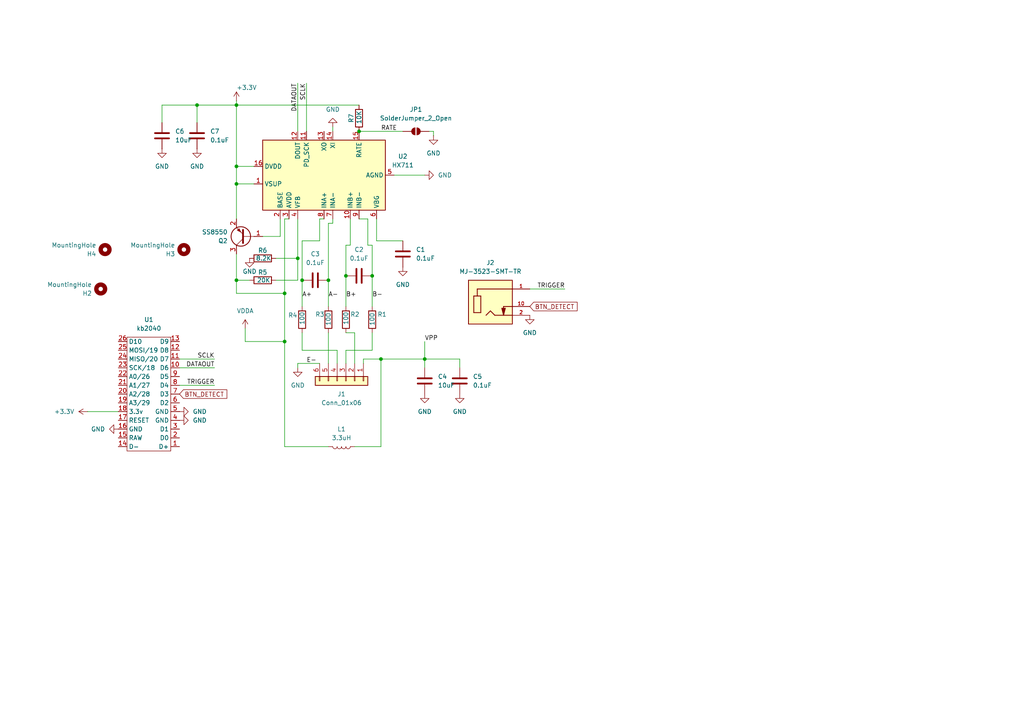
<source format=kicad_sch>
(kicad_sch (version 20250114) (generator "eeschema") (generator_version "9.0")
  (paper "A4")
  (lib_symbols
    (symbol "Analog_ADC:HX711"
      (property "Reference" "U" (at 5.08 21.59 0))
      (property "Value" "HX711" (at 7.62 19.05 0))
      (symbol "HX711_0_1"
        (rectangle (start -10.16 17.78) (end 10.16 -17.78) (stroke (width 0.254)) (fill (type background)))
      )
      (symbol "HX711_1_1"
        (pin passive line (at -12.7 12.7 0) (length 2.54) (name "BASE") (number "2"))
        (pin power_in line (at -12.7 10.16 0) (length 2.54) (name "AVDD") (number "3"))
        (pin input line (at -12.7 7.62 0) (length 2.54) (name "VFB") (number "4"))
        (pin input line (at -12.7 0 0) (length 2.54) (name "INA+") (number "8"))
        (pin input line (at -12.7 -2.54 0) (length 2.54) (name "INA-") (number "7"))
        (pin input line (at -12.7 -7.62 0) (length 2.54) (name "INB+") (number "10"))
        (pin input line (at -12.7 -10.16 0) (length 2.54) (name "INB-") (number "9"))
        (pin passive line (at -12.7 -15.24 0) (length 2.54) (name "VBG") (number "6"))
        (pin power_in line (at -2.54 20.32 270) (length 2.54) (name "VSUP") (number "1"))
        (pin power_in line (at 0 -20.32 90) (length 2.54) (name "AGND") (number "5"))
        (pin power_in line (at 2.54 20.32 270) (length 2.54) (name "DVDD") (number "16"))
        (pin output line (at 12.7 7.62 180) (length 2.54) (name "DOUT") (number "12"))
        (pin input line (at 12.7 5.08 180) (length 2.54) (name "PD_SCK") (number "11"))
        (pin passive line (at 12.7 0 180) (length 2.54) (name "XO") (number "13"))
        (pin passive line (at 12.7 -2.54 180) (length 2.54) (name "XI") (number "14"))
        (pin input line (at 12.7 -10.16 180) (length 2.54) (name "RATE") (number "15"))
      )
    )
    (symbol "CUI_MJ-3523:MJ-3523-SMT-TR" (pin_names (offset 1.016))
      (property "Reference" "J" (at -7.62 5.842 0))
      (property "Value" "MJ-3523-SMT-TR" (at -7.62 -10.16 0))
      (symbol "MJ-3523-SMT-TR_0_0"
        (rectangle (start -7.62 -7.62) (end 5.08 5.08) (stroke (width 0.254)) (fill (type background)))
        (polyline (pts (xy -6.096 0.508) (xy -6.096 -4.318)) (stroke (width 0.254)))
        (polyline (pts (xy -6.096 -4.318) (xy -4.064 -4.318)) (stroke (width 0.254)))
        (polyline (pts (xy -5.08 2.54) (xy 5.08 2.54)) (stroke (width 0.254)))
        (polyline (pts (xy -5.08 0.508) (xy -6.096 0.508)) (stroke (width 0.254)))
        (polyline (pts (xy -5.08 0.508) (xy -5.08 2.54)) (stroke (width 0.254)))
        (polyline (pts (xy -4.064 0.508) (xy -5.08 0.508)) (stroke (width 0.254)))
        (polyline (pts (xy -4.064 -4.318) (xy -4.064 0.508)) (stroke (width 0.254)))
        (polyline (pts (xy -2.54 -5.08) (xy -1.27 -3.81)) (stroke (width 0.254)))
        (polyline (pts (xy -1.27 -3.81) (xy 0 -5.08)) (stroke (width 0.254)))
        (polyline (pts (xy 0 -5.08) (xy 5.08 -5.08)) (stroke (width 0.254)))
        (polyline (pts (xy 2.54 -2.54) (xy 2.54 -3.81)) (stroke (width 0.254)))
        (polyline (pts (xy 3.048 -3.048) (xy 2.032 -3.048) (xy 2.54 -5.08) (xy 3.048 -3.048)) (stroke (width 0.254)) (fill (type outline)))
        (polyline (pts (xy 5.08 -2.54) (xy 2.54 -2.54)) (stroke (width 0.254)))
        (pin passive line (at 10.16 2.54 180) (length 5.08) (name "~") (number "1"))
        (pin passive line (at 10.16 -2.54 180) (length 5.08) (name "~") (number "10"))
        (pin passive line (at 10.16 -5.08 180) (length 5.08) (name "~") (number "2"))
      )
    )
    (symbol "Connector_Generic:Conn_01x06" (pin_names (offset 1.016) (hide yes))
      (property "Reference" "J" (at 0 7.62 0))
      (property "Value" "Conn_01x06" (at 0 -10.16 0))
      (symbol "Conn_01x06_1_1"
        (rectangle (start -1.27 6.35) (end 1.27 -8.89) (stroke (width 0.254)) (fill (type background)))
        (rectangle (start -1.27 5.207) (end 0 4.953) (stroke (width 0.1524)))
        (rectangle (start -1.27 2.667) (end 0 2.413) (stroke (width 0.1524)))
        (rectangle (start -1.27 0.127) (end 0 -0.127) (stroke (width 0.1524)))
        (rectangle (start -1.27 -2.413) (end 0 -2.667) (stroke (width 0.1524)))
        (rectangle (start -1.27 -4.953) (end 0 -5.207) (stroke (width 0.1524)))
        (rectangle (start -1.27 -7.493) (end 0 -7.747) (stroke (width 0.1524)))
        (pin passive line (at -5.08 5.08 0) (length 3.81) (name "Pin_1") (number "1"))
        (pin passive line (at -5.08 2.54 0) (length 3.81) (name "Pin_2") (number "2"))
        (pin passive line (at -5.08 0 0) (length 3.81) (name "Pin_3") (number "3"))
        (pin passive line (at -5.08 -2.54 0) (length 3.81) (name "Pin_4") (number "4"))
        (pin passive line (at -5.08 -5.08 0) (length 3.81) (name "Pin_5") (number "5"))
        (pin passive line (at -5.08 -7.62 0) (length 3.81) (name "Pin_6") (number "6"))
      )
    )
    (symbol "Device:C" (pin_numbers (hide yes)) (pin_names (offset 0.254))
      (property "Reference" "C" (at 0.635 2.54 0))
      (property "Value" "C" (at 0.635 -2.54 0))
      (symbol "C_0_1"
        (polyline (pts (xy -2.032 0.762) (xy 2.032 0.762)) (stroke (width 0.508)))
        (polyline (pts (xy -2.032 -0.762) (xy 2.032 -0.762)) (stroke (width 0.508)))
      )
      (symbol "C_1_1"
        (pin passive line (at 0 3.81 270) (length 2.794) (name "~") (number "1"))
        (pin passive line (at 0 -3.81 90) (length 2.794) (name "~") (number "2"))
      )
    )
    (symbol "Device:L" (pin_numbers (hide yes)) (pin_names (offset 1.016) (hide yes))
      (property "Reference" "L" (at -1.27 0 90))
      (property "Value" "L" (at 1.905 0 90))
      (symbol "L_0_1"
        (arc (start 0 2.54) (mid 0.6323 1.905) (end 0 1.27))
        (arc (start 0 1.27) (mid 0.6323 0.635) (end 0 0))
        (arc (start 0 0) (mid 0.6323 -0.635) (end 0 -1.27))
        (arc (start 0 -1.27) (mid 0.6323 -1.905) (end 0 -2.54))
      )
      (symbol "L_1_1"
        (pin passive line (at 0 3.81 270) (length 1.27) (name "1") (number "1"))
        (pin passive line (at 0 -3.81 90) (length 1.27) (name "2") (number "2"))
      )
    )
    (symbol "Device:R" (pin_numbers (hide yes)) (pin_names (offset 0))
      (property "Reference" "R" (at 2.032 0 90))
      (property "Value" "R" (at 0 0 90))
      (symbol "R_0_1"
        (rectangle (start -1.016 -2.54) (end 1.016 2.54) (stroke (width 0.254)))
      )
      (symbol "R_1_1"
        (pin passive line (at 0 3.81 270) (length 1.27) (name "~") (number "1"))
        (pin passive line (at 0 -3.81 90) (length 1.27) (name "~") (number "2"))
      )
    )
    (symbol "Jumper:SolderJumper_2_Open" (pin_numbers (hide yes)) (pin_names (offset 0) (hide yes)) (in_bom no)
      (property "Reference" "JP" (at 0 2.032 0))
      (property "Value" "SolderJumper_2_Open" (at 0 -2.54 0))
      (symbol "SolderJumper_2_Open_0_1"
        (polyline (pts (xy -0.254 1.016) (xy -0.254 -1.016)))
        (arc (start -0.254 -1.016) (mid -1.2656 0) (end -0.254 1.016))
        (arc (start -0.254 -1.016) (mid -1.2656 0) (end -0.254 1.016) (fill (type outline)))
        (arc (start 0.254 1.016) (mid 1.2656 0) (end 0.254 -1.016))
        (arc (start 0.254 1.016) (mid 1.2656 0) (end 0.254 -1.016) (fill (type outline)))
        (polyline (pts (xy 0.254 1.016) (xy 0.254 -1.016)))
      )
      (symbol "SolderJumper_2_Open_1_1"
        (pin passive line (at -3.81 0 0) (length 2.54) (name "A") (number "1"))
        (pin passive line (at 3.81 0 180) (length 2.54) (name "B") (number "2"))
      )
    )
    (symbol "Mechanical:MountingHole" (pin_names (offset 1.016)) (in_bom no)
      (property "Reference" "H" (at 0 5.08 0))
      (property "Value" "MountingHole" (at 0 3.175 0))
      (symbol "MountingHole_0_1"
        (circle (center 0 0) (radius 1.27) (stroke (width 1.27)))
      )
    )
    (symbol "Transistor_BJT:SS8550" (pin_names (offset 0) (hide yes))
      (property "Reference" "Q" (at 5.08 1.905 0))
      (property "Value" "SS8550" (at 5.08 0 0))
      (symbol "SS8550_0_1"
        (polyline (pts (xy -2.54 0) (xy 0.635 0)))
        (polyline (pts (xy 0.635 1.905) (xy 0.635 -1.905)) (stroke (width 0.508)))
        (polyline (pts (xy 0.635 0.635) (xy 2.54 2.54)))
        (polyline (pts (xy 0.635 -0.635) (xy 2.54 -2.54)))
        (circle (center 1.27 0) (radius 2.8194) (stroke (width 0.254)))
        (polyline (pts (xy 2.286 -1.778) (xy 1.778 -2.286) (xy 1.27 -1.27) (xy 2.286 -1.778)) (fill (type outline)))
      )
      (symbol "SS8550_1_1"
        (pin input line (at -5.08 0 0) (length 2.54) (name "B") (number "1"))
        (pin passive line (at 2.54 5.08 270) (length 2.54) (name "C") (number "3"))
        (pin passive line (at 2.54 -5.08 90) (length 2.54) (name "E") (number "2"))
      )
    )
    (symbol "kb2040:kb2040"
      (property "Reference" "U" (at 0 0 0))
      (property "Value" "kb2040" (at 0 -2.54 0))
      (symbol "kb2040_0_1"
        (rectangle (start 0 -3.81) (end 12.7 -36.83) (stroke (width 0.1524)))
      )
      (symbol "kb2040_1_1"
        (pin bidirectional line (at -2.54 -5.08 0) (length 2.54) (name "D+") (number "1"))
        (pin bidirectional line (at -2.54 -7.62 0) (length 2.54) (name "D0") (number "2"))
        (pin bidirectional line (at -2.54 -10.16 0) (length 2.54) (name "D1") (number "3"))
        (pin bidirectional line (at -2.54 -12.7 0) (length 2.54) (name "GND") (number "4"))
        (pin bidirectional line (at -2.54 -15.24 0) (length 2.54) (name "GND") (number "5"))
        (pin bidirectional line (at -2.54 -17.78 0) (length 2.54) (name "D2") (number "6"))
        (pin bidirectional line (at -2.54 -20.32 0) (length 2.54) (name "D3") (number "7"))
        (pin bidirectional line (at -2.54 -22.86 0) (length 2.54) (name "D4") (number "8"))
        (pin bidirectional line (at -2.54 -25.4 0) (length 2.54) (name "D5") (number "9"))
        (pin bidirectional line (at -2.54 -27.94 0) (length 2.54) (name "D6") (number "10"))
        (pin bidirectional line (at -2.54 -30.48 0) (length 2.54) (name "D7") (number "11"))
        (pin bidirectional line (at -2.54 -33.02 0) (length 2.54) (name "D8") (number "12"))
        (pin bidirectional line (at -2.54 -35.56 0) (length 2.54) (name "D9") (number "13"))
        (pin bidirectional line (at 15.24 -5.08 180) (length 2.54) (name "D-") (number "14"))
        (pin bidirectional line (at 15.24 -7.62 180) (length 2.54) (name "RAW") (number "15"))
        (pin bidirectional line (at 15.24 -10.16 180) (length 2.54) (name "GND") (number "16"))
        (pin bidirectional line (at 15.24 -12.7 180) (length 2.54) (name "RESET") (number "17"))
        (pin bidirectional line (at 15.24 -15.24 180) (length 2.54) (name "3.3v") (number "18"))
        (pin bidirectional line (at 15.24 -17.78 180) (length 2.54) (name "A3/29") (number "19"))
        (pin bidirectional line (at 15.24 -20.32 180) (length 2.54) (name "A2/28") (number "20"))
        (pin bidirectional line (at 15.24 -22.86 180) (length 2.54) (name "A1/27") (number "21"))
        (pin bidirectional line (at 15.24 -25.4 180) (length 2.54) (name "A0/26") (number "22"))
        (pin bidirectional line (at 15.24 -27.94 180) (length 2.54) (name "SCK/18") (number "23"))
        (pin bidirectional line (at 15.24 -30.48 180) (length 2.54) (name "MISO/20") (number "24"))
        (pin bidirectional line (at 15.24 -33.02 180) (length 2.54) (name "MOSI/19") (number "25"))
        (pin bidirectional line (at 15.24 -35.56 180) (length 2.54) (name "D10") (number "26"))
      )
    )
    (symbol "power:+3.3V" (power) (pin_numbers (hide yes)) (pin_names (offset 0) (hide yes))
      (property "Value" "+3.3V" (at 0 3.556 0))
      (symbol "+3.3V_0_1"
        (polyline (pts (xy -0.762 1.27) (xy 0 2.54)))
        (polyline (pts (xy 0 2.54) (xy 0.762 1.27)))
        (polyline (pts (xy 0 0) (xy 0 2.54)))
      )
      (symbol "+3.3V_1_1"
        (pin power_in line (at 0 0 90) (length 0) (name "~") (number "1"))
      )
    )
    (symbol "power:GND" (power) (pin_numbers (hide yes)) (pin_names (offset 0) (hide yes))
      (property "Value" "GND" (at 0 -3.81 0))
      (symbol "GND_0_1"
        (polyline (pts (xy 0 0) (xy 0 -1.27) (xy 1.27 -1.27) (xy 0 -2.54) (xy -1.27 -1.27) (xy 0 -1.27)))
      )
      (symbol "GND_1_1"
        (pin power_in line (at 0 0 270) (length 0) (name "~") (number "1"))
      )
    )
    (symbol "power:VDDA" (power) (pin_numbers (hide yes)) (pin_names (offset 0) (hide yes))
      (property "Value" "VDDA" (at 0 3.556 0))
      (symbol "VDDA_0_1"
        (polyline (pts (xy -0.762 1.27) (xy 0 2.54)))
        (polyline (pts (xy 0 2.54) (xy 0.762 1.27)))
        (polyline (pts (xy 0 0) (xy 0 2.54)))
      )
      (symbol "VDDA_1_1"
        (pin power_in line (at 0 0 90) (length 0) (name "~") (number "1"))
      )
    )
  )
  (junction (at 107.95 80.01))
  (junction (at 82.55 99.06))
  (junction (at 68.58 48.26))
  (junction (at 123.19 104.14))
  (junction (at 68.58 81.28))
  (junction (at 110.49 104.14))
  (junction (at 87.63 81.28))
  (junction (at 82.55 85.09))
  (junction (at 68.58 53.34))
  (junction (at 95.25 81.28))
  (junction (at 68.58 30.48))
  (junction (at 86.36 74.93))
  (junction (at 104.14 38.1))
  (junction (at 57.15 30.48))
  (junction (at 100.33 80.01))
  (wire (pts (xy 87.63 96.52) (xy 87.63 101.6)))
  (wire (pts (xy 95.25 64.77) (xy 95.25 81.28)))
  (wire (pts (xy 46.99 35.56) (xy 46.99 30.48)))
  (wire (pts (xy 92.71 69.85) (xy 92.71 63.5)))
  (wire (pts (xy 96.52 64.77) (xy 95.25 64.77)))
  (wire (pts (xy 100.33 71.12) (xy 100.33 80.01)))
  (wire (pts (xy 68.58 48.26) (xy 68.58 53.34)))
  (wire (pts (xy 114.3 50.8) (xy 123.19 50.8)))
  (wire (pts (xy 107.95 80.01) (xy 107.95 71.12)))
  (wire (pts (xy 57.15 30.48) (xy 68.58 30.48)))
  (wire (pts (xy 123.19 104.14) (xy 123.19 106.68)))
  (wire (pts (xy 68.58 81.28) (xy 68.58 85.09)))
  (wire (pts (xy 68.58 81.28) (xy 72.39 81.28)))
  (wire (pts (xy 52.07 111.76) (xy 62.23 111.76)))
  (wire (pts (xy 107.95 96.52) (xy 107.95 101.6)))
  (wire (pts (xy 68.58 85.09) (xy 82.55 85.09)))
  (wire (pts (xy 110.49 104.14) (xy 123.19 104.14)))
  (wire (pts (xy 68.58 53.34) (xy 73.66 53.34)))
  (wire (pts (xy 96.52 64.77) (xy 96.52 63.5)))
  (wire (pts (xy 68.58 63.5) (xy 68.58 53.34)))
  (wire (pts (xy 95.25 88.9) (xy 95.25 81.28)))
  (wire (pts (xy 46.99 30.48) (xy 57.15 30.48)))
  (wire (pts (xy 73.66 48.26) (xy 68.58 48.26)))
  (wire (pts (xy 106.68 63.5) (xy 104.14 63.5)))
  (wire (pts (xy 95.25 96.52) (xy 95.25 105.41)))
  (wire (pts (xy 100.33 101.6) (xy 100.33 105.41)))
  (wire (pts (xy 76.2 68.58) (xy 81.28 68.58)))
  (wire (pts (xy 82.55 63.5) (xy 82.55 85.09)))
  (wire (pts (xy 86.36 105.41) (xy 86.36 106.68)))
  (wire (pts (xy 105.41 105.41) (xy 105.41 104.14)))
  (wire (pts (xy 62.23 106.68) (xy 52.07 106.68)))
  (wire (pts (xy 100.33 88.9) (xy 100.33 80.01)))
  (wire (pts (xy 107.95 101.6) (xy 100.33 101.6)))
  (wire (pts (xy 80.01 81.28) (xy 86.36 81.28)))
  (wire (pts (xy 92.71 63.5) (xy 93.98 63.5)))
  (wire (pts (xy 86.36 24.13) (xy 86.36 38.1)))
  (wire (pts (xy 101.6 63.5) (xy 101.6 71.12)))
  (wire (pts (xy 71.12 95.25) (xy 71.12 99.06)))
  (wire (pts (xy 116.84 38.1) (xy 104.14 38.1)))
  (wire (pts (xy 133.35 104.14) (xy 133.35 106.68)))
  (wire (pts (xy 125.73 39.37) (xy 125.73 38.1)))
  (wire (pts (xy 82.55 63.5) (xy 83.82 63.5)))
  (wire (pts (xy 68.58 73.66) (xy 68.58 81.28)))
  (wire (pts (xy 86.36 81.28) (xy 86.36 74.93)))
  (wire (pts (xy 88.9 24.13) (xy 88.9 38.1)))
  (wire (pts (xy 110.49 129.54) (xy 110.49 104.14)))
  (wire (pts (xy 87.63 101.6) (xy 97.79 101.6)))
  (wire (pts (xy 82.55 85.09) (xy 82.55 99.06)))
  (wire (pts (xy 96.52 36.83) (xy 96.52 38.1)))
  (wire (pts (xy 109.22 63.5) (xy 109.22 69.85)))
  (wire (pts (xy 57.15 30.48) (xy 57.15 35.56)))
  (wire (pts (xy 82.55 99.06) (xy 82.55 129.54)))
  (wire (pts (xy 62.23 104.14) (xy 52.07 104.14)))
  (wire (pts (xy 102.87 96.52) (xy 102.87 105.41)))
  (wire (pts (xy 102.87 129.54) (xy 110.49 129.54)))
  (wire (pts (xy 123.19 99.06) (xy 123.19 104.14)))
  (wire (pts (xy 87.63 69.85) (xy 92.71 69.85)))
  (wire (pts (xy 71.12 99.06) (xy 82.55 99.06)))
  (wire (pts (xy 105.41 104.14) (xy 110.49 104.14)))
  (wire (pts (xy 82.55 129.54) (xy 95.25 129.54)))
  (wire (pts (xy 80.01 74.93) (xy 86.36 74.93)))
  (wire (pts (xy 153.67 83.82) (xy 163.83 83.82)))
  (wire (pts (xy 101.6 71.12) (xy 100.33 71.12)))
  (wire (pts (xy 100.33 96.52) (xy 102.87 96.52)))
  (wire (pts (xy 87.63 81.28) (xy 87.63 69.85)))
  (wire (pts (xy 107.95 88.9) (xy 107.95 80.01)))
  (wire (pts (xy 104.14 30.48) (xy 68.58 30.48)))
  (wire (pts (xy 106.68 71.12) (xy 106.68 63.5)))
  (wire (pts (xy 92.71 105.41) (xy 86.36 105.41)))
  (wire (pts (xy 97.79 101.6) (xy 97.79 105.41)))
  (wire (pts (xy 107.95 71.12) (xy 106.68 71.12)))
  (wire (pts (xy 81.28 68.58) (xy 81.28 63.5)))
  (wire (pts (xy 86.36 74.93) (xy 86.36 63.5)))
  (wire (pts (xy 123.19 104.14) (xy 133.35 104.14)))
  (wire (pts (xy 68.58 29.21) (xy 68.58 30.48)))
  (wire (pts (xy 125.73 38.1) (xy 124.46 38.1)))
  (wire (pts (xy 109.22 69.85) (xy 116.84 69.85)))
  (wire (pts (xy 68.58 30.48) (xy 68.58 48.26)))
  (wire (pts (xy 87.63 81.28) (xy 87.63 88.9)))
  (wire (pts (xy 25.4 119.38) (xy 34.29 119.38)))
  (label "SCLK" (at 62.23 104.14 180))
  (label "TRIGGER" (at 163.83 83.82 180))
  (label "TRIGGER" (at 62.23 111.76 180))
  (label "VPP" (at 123.19 99.06 0))
  (label "B+" (at 100.33 86.36 0))
  (label "B-" (at 107.95 86.36 0))
  (label "A+" (at 87.63 86.36 0))
  (label "E-" (at 88.9 105.41 0))
  (label "A-" (at 95.25 86.36 0))
  (label "DATAOUT" (at 62.23 106.68 180))
  (label "DATAOUT" (at 86.36 24.13 270))
  (label "RATE" (at 110.49 38.1 0))
  (label "SCLK" (at 88.9 24.13 270))
  (label "" (at 68.58 53.34 0))
  (global_label "BTN_DETECT" (shape input) (at 52.07 114.3 0) (property "Intersheetrefs" "${INTERSHEET_REFS}" (effects (hide yes))))
  (global_label "BTN_DETECT" (shape input) (at 153.67 88.9 0) (property "Intersheetrefs" "${INTERSHEET_REFS}" (effects (hide yes))))
  (symbol (lib_id "Device:C") (at 116.84 73.66 0) (unit 1)
    (property "Reference" "C1" (at 120.65 72.3899 0) (effects (justify left)))
    (property "Value" "0.1uF" (at 120.65 74.9299 0) (effects (justify left)))
    (property "Footprint" "Capacitor_SMD:C_0805_2012Metric" (effects (hide yes)))
    (property "Description" "Unpolarized capacitor" (effects (hide yes)))
    (property "LCSC Part" "C49678" (effects (hide yes)))
  )
  (symbol (lib_id "Analog_ADC:HX711") (at 93.98 50.8 90) (unit 1)
    (property "Reference" "U2" (at 116.84 45.3546 90))
    (property "Value" "HX711" (at 116.84 47.8946 90))
    (property "Footprint" "Package_SO:SOIC-16_3.9x9.9mm_P1.27mm" (effects (hide yes)))
    (property "Datasheet" "https://web.archive.org/web/20220615044707/https://akizukidenshi.com/download/ds/avia/hx711.pdf" (effects (hide yes)))
    (property "Description" "24-bit Analog-to-Digital Converter (ADC) for Weight Scales, SOIC-16 (SOP-16)" (effects (hide yes)))
    (property "LCSC Part" "C6705483" (effects (hide yes)))
  )
  (symbol (lib_id "Connector_Generic:Conn_01x06") (at 100.33 110.49 270) (unit 1) (in_bom no)
    (property "Reference" "J1" (at 99.06 114.3 90))
    (property "Value" "Conn_01x06" (at 99.06 116.84 90))
    (property "Footprint" "Connector_PinHeader_2.54mm:PinHeader_1x06_P2.54mm_Vertical" (effects (hide yes)))
    (property "Description" "Generic connector, single row, 01x06, script generated (kicad-library-utils/schlib/autogen/connector/)" (effects (hide yes)))
  )
  (symbol (lib_id "Device:C") (at 91.44 81.28 90) (unit 1)
    (property "Reference" "C3" (at 91.44 73.66 90))
    (property "Value" "0.1uF" (at 91.44 76.2 90))
    (property "Footprint" "Capacitor_SMD:C_0805_2012Metric" (effects (hide yes)))
    (property "Description" "Unpolarized capacitor" (effects (hide yes)))
    (property "LCSC Part" "C49678" (effects (hide yes)))
  )
  (symbol (lib_id "Device:R") (at 107.95 92.71 180) (unit 1)
    (property "Reference" "R1" (at 109.474 91.186 0) (effects (justify right)))
    (property "Value" "100" (at 107.95 94.488 90) (effects (justify right)))
    (property "Footprint" "Resistor_SMD:R_0805_2012Metric" (effects (hide yes)))
    (property "Description" "Resistor" (effects (hide yes)))
    (property "LCSC Part" "C17408" (effects (hide yes)))
  )
  (symbol (lib_id "power:GND") (at 57.15 43.18 0) (unit 1)
    (property "Reference" "#PWR013" (effects (hide yes)))
    (property "Value" "GND" (at 57.15 48.26 0))
    (property "Description" "Power symbol creates a global label with name \"GND\" , ground" (effects (hide yes)))
  )
  (symbol (lib_id "power:+3.3V") (at 68.58 29.21 0) (unit 1)
    (property "Reference" "#PWR04" (effects (hide yes)))
    (property "Value" "+3.3V" (at 68.5801 25.4 0) (effects (justify left)))
    (property "Description" "Power symbol creates a global label with name \"+3.3V\"" (effects (hide yes)))
  )
  (symbol (lib_id "power:GND") (at 133.35 114.3 0) (unit 1)
    (property "Reference" "#PWR06" (effects (hide yes)))
    (property "Value" "GND" (at 133.35 119.38 0))
    (property "Description" "Power symbol creates a global label with name \"GND\" , ground" (effects (hide yes)))
  )
  (symbol (lib_id "power:GND") (at 52.07 121.92 90) (unit 1)
    (property "Reference" "#PWR016" (effects (hide yes)))
    (property "Value" "GND" (at 55.88 121.9199 90) (effects (justify right)))
    (property "Description" "Power symbol creates a global label with name \"GND\" , ground" (effects (hide yes)))
  )
  (symbol (lib_id "power:GND") (at 125.73 39.37 0) (unit 1)
    (property "Reference" "#PWR015" (effects (hide yes)))
    (property "Value" "GND" (at 125.73 44.45 0))
    (property "Description" "Power symbol creates a global label with name \"GND\" , ground" (effects (hide yes)))
  )
  (symbol (lib_id "power:GND") (at 34.29 124.46 270) (unit 1)
    (property "Reference" "#PWR017" (effects (hide yes)))
    (property "Value" "GND" (at 30.48 124.4599 90) (effects (justify right)))
    (property "Description" "Power symbol creates a global label with name \"GND\" , ground" (effects (hide yes)))
  )
  (symbol (lib_id "Transistor_BJT:SS8550") (at 71.12 68.58 180) (unit 1)
    (property "Reference" "Q2" (at 66.04 69.8501 0) (effects (justify left)))
    (property "Value" "SS8550" (at 66.04 67.3101 0) (effects (justify left)))
    (property "Footprint" "Package_TO_SOT_SMD:SOT-23" (effects (hide yes)))
    (property "Datasheet" "http://www.secosgmbh.com/datasheet/products/SSMPTransistor/SOT-23/SS8550.pdf" (effects (hide yes)))
    (property "Description" "General Purpose PNP Transistor, 1.5A Ic, 25V Vce, SOT-23" (effects (hide yes)))
    (property "LCSC Part" "C8542" (effects (hide yes)))
  )
  (symbol (lib_id "Device:C") (at 133.35 110.49 0) (unit 1)
    (property "Reference" "C5" (at 137.16 109.2199 0) (effects (justify left)))
    (property "Value" "0.1uF" (at 137.16 111.7599 0) (effects (justify left)))
    (property "Footprint" "Capacitor_SMD:C_0805_2012Metric" (effects (hide yes)))
    (property "Description" "Unpolarized capacitor" (effects (hide yes)))
    (property "LCSC Part" "C49678" (effects (hide yes)))
  )
  (symbol (lib_id "Mechanical:MountingHole") (at 30.48 72.39 180) (unit 1) (in_bom no)
    (property "Reference" "H4" (at 27.94 73.6601 0) (effects (justify left)))
    (property "Value" "MountingHole" (at 27.94 71.1201 0) (effects (justify left)))
    (property "Footprint" "MountingHole:MountingHole_2.2mm_M2" (effects (hide yes)))
    (property "Description" "Mounting Hole without connection" (effects (hide yes)))
  )
  (symbol (lib_id "power:+3.3V") (at 25.4 119.38 90) (unit 1)
    (property "Reference" "#PWR011" (effects (hide yes)))
    (property "Value" "+3.3V" (at 21.59 119.3799 90) (effects (justify left)))
    (property "Description" "Power symbol creates a global label with name \"+3.3V\"" (effects (hide yes)))
  )
  (symbol (lib_id "Device:R") (at 76.2 74.93 90) (unit 1)
    (property "Reference" "R6" (at 76.2 72.644 90))
    (property "Value" "8.2K" (at 76.454 74.93 90))
    (property "Footprint" "Resistor_SMD:R_0805_2012Metric" (effects (hide yes)))
    (property "Description" "Resistor" (effects (hide yes)))
    (property "LCSC Part" "C17828" (effects (hide yes)))
  )
  (symbol (lib_id "Device:L") (at 99.06 129.54 270) (unit 1)
    (property "Reference" "L1" (at 99.06 124.46 90))
    (property "Value" "3.3uH" (at 99.06 127 90))
    (property "Footprint" "Inductor_SMD:L_0603_1608Metric" (effects (hide yes)))
    (property "Description" "Inductor" (effects (hide yes)))
    (property "LCSC Part" "C275346" (effects (hide yes)))
  )
  (symbol (lib_id "power:GND") (at 72.39 74.93 0) (unit 1)
    (property "Reference" "#PWR07" (effects (hide yes)))
    (property "Value" "GND" (at 72.39 78.74 0))
    (property "Description" "Power symbol creates a global label with name \"GND\" , ground" (effects (hide yes)))
  )
  (symbol (lib_id "kb2040:kb2040") (at 49.53 134.62 180) (unit 1) (in_bom no)
    (property "Reference" "U1" (at 43.18 92.71 0))
    (property "Value" "kb2040" (at 43.18 95.25 0))
    (property "Footprint" "kb2040:kb2040_SMT" (effects (hide yes)))
  )
  (symbol (lib_id "power:GND") (at 116.84 77.47 0) (unit 1)
    (property "Reference" "#PWR02" (effects (hide yes)))
    (property "Value" "GND" (at 116.84 82.55 0))
    (property "Description" "Power symbol creates a global label with name \"GND\" , ground" (effects (hide yes)))
  )
  (symbol (lib_id "CUI_MJ-3523:MJ-3523-SMT-TR") (at 143.51 86.36 0) (unit 1)
    (property "Reference" "J2" (at 142.24 76.2 0))
    (property "Value" "MJ-3523-SMT-TR" (at 142.24 78.74 0))
    (property "Footprint" "CUI_MJ-3523:CUI_MJ-3523-SMT-TR" (effects (hide yes)))
    (property "PARTREV" "1.04" (effects (hide yes)))
    (property "STANDARD" "Manufacturer Recommendations" (effects (hide yes)))
    (property "MAXIMUM_PACKAGE_HEIGHT" "5mm" (effects (hide yes)))
    (property "MANUFACTURER" "CUI Devices" (effects (hide yes)))
    (property "LCSC Part" "C4992553" (effects (hide yes)))
  )
  (symbol (lib_id "Mechanical:MountingHole") (at 53.34 72.39 180) (unit 1) (in_bom no)
    (property "Reference" "H3" (at 50.8 73.6601 0) (effects (justify left)))
    (property "Value" "MountingHole" (at 50.8 71.1201 0) (effects (justify left)))
    (property "Footprint" "MountingHole:MountingHole_2.2mm_M2" (effects (hide yes)))
    (property "Description" "Mounting Hole without connection" (effects (hide yes)))
  )
  (symbol (lib_id "Device:R") (at 95.25 92.71 0) (unit 1)
    (property "Reference" "R3" (at 91.44 91.186 0) (effects (justify left)))
    (property "Value" "100" (at 95.25 94.488 90) (effects (justify left)))
    (property "Footprint" "Resistor_SMD:R_0805_2012Metric" (effects (hide yes)))
    (property "Description" "Resistor" (effects (hide yes)))
    (property "LCSC Part" "C17408" (effects (hide yes)))
  )
  (symbol (lib_id "Device:R") (at 87.63 92.71 0) (unit 1)
    (property "Reference" "R4" (at 83.566 91.44 0) (effects (justify left)))
    (property "Value" "100" (at 87.63 94.234 90) (effects (justify left)))
    (property "Footprint" "Resistor_SMD:R_0805_2012Metric" (effects (hide yes)))
    (property "Description" "Resistor" (effects (hide yes)))
    (property "LCSC Part" "C17408" (effects (hide yes)))
  )
  (symbol (lib_id "Device:C") (at 123.19 110.49 0) (unit 1)
    (property "Reference" "C4" (at 127 109.2199 0) (effects (justify left)))
    (property "Value" "10uF" (at 127 111.7599 0) (effects (justify left)))
    (property "Footprint" "Capacitor_SMD:C_0805_2012Metric" (effects (hide yes)))
    (property "Description" "Unpolarized capacitor" (effects (hide yes)))
    (property "LCSC Part" "C15850" (effects (hide yes)))
  )
  (symbol (lib_id "power:GND") (at 123.19 114.3 0) (unit 1)
    (property "Reference" "#PWR05" (effects (hide yes)))
    (property "Value" "GND" (at 123.19 119.38 0))
    (property "Description" "Power symbol creates a global label with name \"GND\" , ground" (effects (hide yes)))
  )
  (symbol (lib_id "power:GND") (at 46.99 43.18 0) (unit 1)
    (property "Reference" "#PWR012" (effects (hide yes)))
    (property "Value" "GND" (at 46.99 48.26 0))
    (property "Description" "Power symbol creates a global label with name \"GND\" , ground" (effects (hide yes)))
  )
  (symbol (lib_id "Device:R") (at 100.33 92.71 0) (unit 1)
    (property "Reference" "R2" (at 101.6 91.186 0) (effects (justify left)))
    (property "Value" "100" (at 100.33 94.234 90) (effects (justify left)))
    (property "Footprint" "Resistor_SMD:R_0805_2012Metric" (effects (hide yes)))
    (property "Description" "Resistor" (effects (hide yes)))
    (property "LCSC Part" "C17408" (effects (hide yes)))
  )
  (symbol (lib_id "power:GND") (at 96.52 36.83 180) (unit 1)
    (property "Reference" "#PWR08" (effects (hide yes)))
    (property "Value" "GND" (at 96.52 31.75 0))
    (property "Description" "Power symbol creates a global label with name \"GND\" , ground" (effects (hide yes)))
  )
  (symbol (lib_id "power:GND") (at 52.07 119.38 90) (unit 1)
    (property "Reference" "#PWR09" (effects (hide yes)))
    (property "Value" "GND" (at 55.88 119.3799 90) (effects (justify right)))
    (property "Description" "Power symbol creates a global label with name \"GND\" , ground" (effects (hide yes)))
  )
  (symbol (lib_id "Device:R") (at 76.2 81.28 90) (unit 1)
    (property "Reference" "R5" (at 76.2 78.994 90))
    (property "Value" "20K" (at 76.454 81.28 90))
    (property "Footprint" "Resistor_SMD:R_0805_2012Metric" (effects (hide yes)))
    (property "Description" "Resistor" (effects (hide yes)))
    (property "LCSC Part" "C4328" (effects (hide yes)))
  )
  (symbol (lib_id "Mechanical:MountingHole") (at 29.21 83.82 180) (unit 1) (in_bom no)
    (property "Reference" "H2" (at 26.67 85.0901 0) (effects (justify left)))
    (property "Value" "MountingHole" (at 26.67 82.5501 0) (effects (justify left)))
    (property "Footprint" "MountingHole:MountingHole_2.2mm_M2" (effects (hide yes)))
    (property "Description" "Mounting Hole without connection" (effects (hide yes)))
  )
  (symbol (lib_id "Device:C") (at 104.14 80.01 90) (unit 1)
    (property "Reference" "C2" (at 104.14 72.39 90))
    (property "Value" "0.1uF" (at 104.14 74.93 90))
    (property "Footprint" "Capacitor_SMD:C_0805_2012Metric" (effects (hide yes)))
    (property "Description" "Unpolarized capacitor" (effects (hide yes)))
    (property "LCSC Part" "C49678" (effects (hide yes)))
  )
  (symbol (lib_id "power:GND") (at 86.36 106.68 0) (unit 1)
    (property "Reference" "#PWR03" (effects (hide yes)))
    (property "Value" "GND" (at 86.36 111.76 0))
    (property "Description" "Power symbol creates a global label with name \"GND\" , ground" (effects (hide yes)))
  )
  (symbol (lib_id "Device:R") (at 104.14 34.29 180) (unit 1)
    (property "Reference" "R7" (at 101.854 34.29 90))
    (property "Value" "10K" (at 104.14 34.036 90))
    (property "Footprint" "Resistor_SMD:R_0805_2012Metric" (effects (hide yes)))
    (property "Description" "Resistor" (effects (hide yes)))
    (property "LCSC Part" "C17414" (effects (hide yes)))
  )
  (symbol (lib_id "Jumper:SolderJumper_2_Open") (at 120.65 38.1 0) (unit 1) (in_bom no)
    (property "Reference" "JP1" (at 120.65 31.75 0))
    (property "Value" "SolderJumper_2_Open" (at 120.65 34.29 0))
    (property "Footprint" "Jumper:SolderJumper-2_P1.3mm_Open_TrianglePad1.0x1.5mm" (effects (hide yes)))
    (property "Description" "Solder Jumper, 2-pole, open" (effects (hide yes)))
  )
  (symbol (lib_id "power:GND") (at 123.19 50.8 90) (unit 1)
    (property "Reference" "#PWR01" (effects (hide yes)))
    (property "Value" "GND" (at 127 50.7999 90) (effects (justify right)))
    (property "Description" "Power symbol creates a global label with name \"GND\" , ground" (effects (hide yes)))
  )
  (symbol (lib_id "power:GND") (at 153.67 91.44 0) (unit 1)
    (property "Reference" "#PWR014" (effects (hide yes)))
    (property "Value" "GND" (at 153.67 96.52 0))
    (property "Description" "Power symbol creates a global label with name \"GND\" , ground" (effects (hide yes)))
  )
  (symbol (lib_id "power:VDDA") (at 71.12 95.25 0) (unit 1)
    (property "Reference" "#PWR010" (effects (hide yes)))
    (property "Value" "VDDA" (at 71.12 90.17 0))
    (property "Description" "Power symbol creates a global label with name \"VDDA\"" (effects (hide yes)))
  )
  (symbol (lib_id "Device:C") (at 57.15 39.37 0) (unit 1)
    (property "Reference" "C7" (at 60.96 38.0999 0) (effects (justify left)))
    (property "Value" "0.1uF" (at 60.96 40.6399 0) (effects (justify left)))
    (property "Footprint" "Capacitor_SMD:C_0805_2012Metric" (effects (hide yes)))
    (property "Description" "Unpolarized capacitor" (effects (hide yes)))
    (property "LCSC Part" "C49678" (effects (hide yes)))
  )
  (symbol (lib_id "Device:C") (at 46.99 39.37 0) (unit 1)
    (property "Reference" "C6" (at 50.8 38.0999 0) (effects (justify left)))
    (property "Value" "10uF" (at 50.8 40.6399 0) (effects (justify left)))
    (property "Footprint" "Capacitor_SMD:C_0805_2012Metric" (effects (hide yes)))
    (property "Description" "Unpolarized capacitor" (effects (hide yes)))
    (property "LCSC Part" "C15850" (effects (hide yes)))
  )
)
</source>
